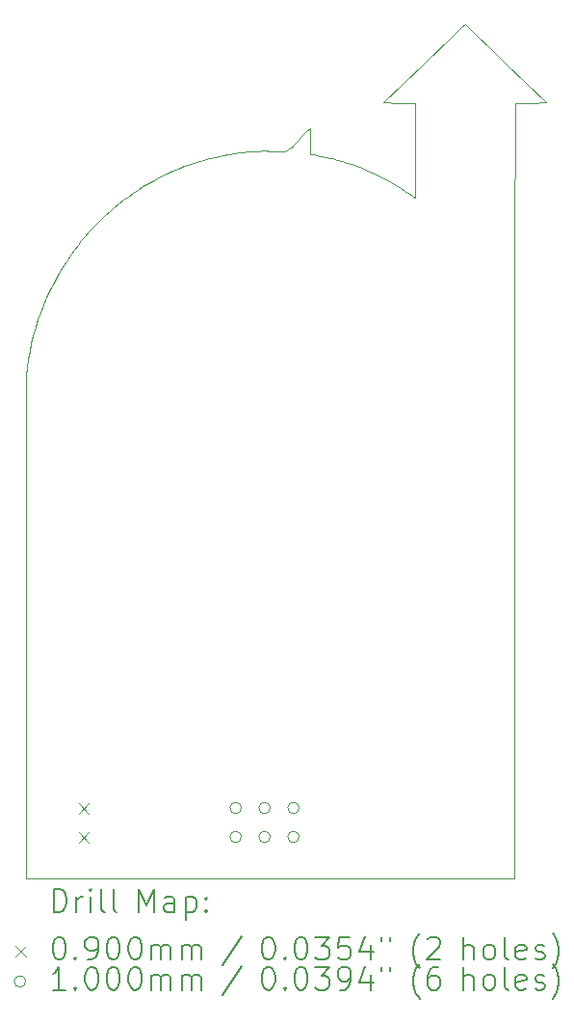
<source format=gbr>
%TF.GenerationSoftware,KiCad,Pcbnew,(6.99.0-2452-gdb4f2d9dd8)*%
%TF.CreationDate,2022-08-02T18:55:24-05:00*%
%TF.ProjectId,AIAA,41494141-2e6b-4696-9361-645f70636258,rev?*%
%TF.SameCoordinates,Original*%
%TF.FileFunction,Drillmap*%
%TF.FilePolarity,Positive*%
%FSLAX45Y45*%
G04 Gerber Fmt 4.5, Leading zero omitted, Abs format (unit mm)*
G04 Created by KiCad (PCBNEW (6.99.0-2452-gdb4f2d9dd8)) date 2022-08-02 18:55:24*
%MOMM*%
%LPD*%
G01*
G04 APERTURE LIST*
%ADD10C,0.042333*%
%ADD11C,0.200000*%
%ADD12C,0.090000*%
%ADD13C,0.100000*%
G04 APERTURE END LIST*
D10*
X6231334Y-17009999D02*
X6231334Y-12924394D01*
X6231334Y-17009999D02*
X6231334Y-17009999D01*
X10529284Y-17009999D02*
X6231334Y-17009999D01*
X10529284Y-17009999D02*
X10529284Y-17009999D01*
X10529284Y-13093513D02*
X10529284Y-17009999D01*
X10529284Y-13093513D02*
X10529284Y-13093513D01*
X10529308Y-11547363D02*
X10529284Y-13093513D01*
X10529308Y-11547363D02*
X10529308Y-11547363D01*
X10530091Y-10204264D02*
X10529308Y-11547363D01*
X10530091Y-10204264D02*
X10530091Y-10204264D01*
X10669386Y-10202149D02*
X10530091Y-10204264D01*
X10669386Y-10202149D02*
X10669386Y-10202149D01*
X10808682Y-10200034D02*
X10669386Y-10202149D01*
X10808682Y-10200034D02*
X10808682Y-10200034D01*
X10451779Y-9855018D02*
X10808682Y-10200034D01*
X10451779Y-9855018D02*
X10451779Y-9855018D01*
X10312783Y-9721054D02*
X10451779Y-9855018D01*
X10198163Y-9611350D02*
X10312783Y-9721054D01*
X10119805Y-9537225D02*
X10198163Y-9611350D01*
X10097937Y-9517043D02*
X10119805Y-9537225D01*
X10091980Y-9511791D02*
X10097937Y-9517043D01*
X10089590Y-9510001D02*
X10091980Y-9511791D01*
X10089590Y-9510001D02*
X10089590Y-9510001D01*
X10059395Y-9537225D02*
X10089590Y-9510001D01*
X9981087Y-9611350D02*
X10059395Y-9537225D01*
X9727638Y-9855018D02*
X9981087Y-9611350D01*
X9727638Y-9855018D02*
X9727638Y-9855018D01*
X9370971Y-10200034D02*
X9727638Y-9855018D01*
X9370971Y-10200034D02*
X9370971Y-10200034D01*
X9511323Y-10201149D02*
X9370971Y-10200034D01*
X9511323Y-10201149D02*
X9511323Y-10201149D01*
X9651674Y-10202264D02*
X9511323Y-10201149D01*
X9651674Y-10202264D02*
X9651674Y-10202264D01*
X9651674Y-10617074D02*
X9651674Y-10202264D01*
X9651674Y-10617074D02*
X9651674Y-10617074D01*
X9651129Y-10910033D02*
X9651674Y-10617074D01*
X9650538Y-10999152D02*
X9651129Y-10910033D01*
X9649817Y-11031883D02*
X9650538Y-10999152D01*
X9649817Y-11031883D02*
X9649817Y-11031883D01*
X9648467Y-11031202D02*
X9649817Y-11031883D01*
X9645317Y-11029251D02*
X9648467Y-11031202D01*
X9634439Y-11022085D02*
X9645317Y-11029251D01*
X9618814Y-11011478D02*
X9634439Y-11022085D01*
X9600075Y-10998526D02*
X9618814Y-11011478D01*
X9600075Y-10998526D02*
X9600075Y-10998526D01*
X9562040Y-10972728D02*
X9600075Y-10998526D01*
X9522951Y-10947575D02*
X9562040Y-10972728D01*
X9482908Y-10923112D02*
X9522951Y-10947575D01*
X9442012Y-10899386D02*
X9482908Y-10923112D01*
X9400364Y-10876443D02*
X9442012Y-10899386D01*
X9358065Y-10854328D02*
X9400364Y-10876443D01*
X9315215Y-10833088D02*
X9358065Y-10854328D01*
X9271916Y-10812768D02*
X9315215Y-10833088D01*
X9228267Y-10793416D02*
X9271916Y-10812768D01*
X9184371Y-10775075D02*
X9228267Y-10793416D01*
X9140327Y-10757794D02*
X9184371Y-10775075D01*
X9096236Y-10741616D02*
X9140327Y-10757794D01*
X9052200Y-10726590D02*
X9096236Y-10741616D01*
X9008319Y-10712760D02*
X9052200Y-10726590D01*
X8964693Y-10700172D02*
X9008319Y-10712760D01*
X8921424Y-10688873D02*
X8964693Y-10700172D01*
X8921424Y-10688873D02*
X8921424Y-10688873D01*
X8900084Y-10683838D02*
X8921424Y-10688873D01*
X8874839Y-10678264D02*
X8900084Y-10683838D01*
X8818963Y-10666749D02*
X8874839Y-10678264D01*
X8766446Y-10656828D02*
X8818963Y-10666749D01*
X8745399Y-10653247D02*
X8766446Y-10656828D01*
X8729935Y-10651003D02*
X8745399Y-10653247D01*
X8729935Y-10651003D02*
X8729935Y-10651003D01*
X8729462Y-10642033D02*
X8729935Y-10651003D01*
X8728905Y-10617699D02*
X8729462Y-10642033D01*
X8727819Y-10537795D02*
X8728905Y-10617699D01*
X8727819Y-10537795D02*
X8727819Y-10537795D01*
X8726691Y-10424707D02*
X8727819Y-10537795D01*
X8726691Y-10424707D02*
X8726691Y-10424707D01*
X8697555Y-10453125D02*
X8726691Y-10424707D01*
X8671847Y-10479242D02*
X8697555Y-10453125D01*
X8649151Y-10503101D02*
X8671847Y-10479242D01*
X8629053Y-10524748D02*
X8649151Y-10503101D01*
X8594986Y-10561581D02*
X8629053Y-10524748D01*
X8580187Y-10576858D02*
X8594986Y-10561581D01*
X8566322Y-10590100D02*
X8580187Y-10576858D01*
X8559611Y-10595973D02*
X8566322Y-10590100D01*
X8552977Y-10601354D02*
X8559611Y-10595973D01*
X8546370Y-10606249D02*
X8552977Y-10601354D01*
X8539736Y-10610663D02*
X8546370Y-10606249D01*
X8533025Y-10614602D02*
X8539736Y-10610663D01*
X8526184Y-10618072D02*
X8533025Y-10614602D01*
X8519161Y-10621079D02*
X8526184Y-10618072D01*
X8511904Y-10623627D02*
X8519161Y-10621079D01*
X8504362Y-10625722D02*
X8511904Y-10623627D01*
X8496482Y-10627371D02*
X8504362Y-10625722D01*
X8488213Y-10628578D02*
X8496482Y-10627371D01*
X8479502Y-10629349D02*
X8488213Y-10628578D01*
X8470298Y-10629690D02*
X8479502Y-10629349D01*
X8460549Y-10629607D02*
X8470298Y-10629690D01*
X8450202Y-10629104D02*
X8460549Y-10629607D01*
X8439206Y-10628188D02*
X8450202Y-10629104D01*
X8439206Y-10628188D02*
X8439206Y-10628188D01*
X8420386Y-10626513D02*
X8439206Y-10628188D01*
X8402032Y-10625222D02*
X8420386Y-10626513D01*
X8384246Y-10624277D02*
X8402032Y-10625222D01*
X8367132Y-10623641D02*
X8384246Y-10624277D01*
X8350794Y-10623274D02*
X8367132Y-10623641D01*
X8335333Y-10623139D02*
X8350794Y-10623274D01*
X8307461Y-10623413D02*
X8335333Y-10623139D01*
X8284344Y-10624156D02*
X8307461Y-10623413D01*
X8266807Y-10625065D02*
X8284344Y-10624156D01*
X8251786Y-10626158D02*
X8266807Y-10625065D01*
X8251786Y-10626158D02*
X8251786Y-10626158D01*
X8187335Y-10630702D02*
X8251786Y-10626158D01*
X8128299Y-10635927D02*
X8187335Y-10630702D01*
X8098357Y-10639146D02*
X8128299Y-10635927D01*
X8070525Y-10642718D02*
X8098357Y-10639146D01*
X8070525Y-10642718D02*
X8070525Y-10642718D01*
X8013306Y-10651687D02*
X8070525Y-10642718D01*
X7956428Y-10662213D02*
X8013306Y-10651687D01*
X7899920Y-10674282D02*
X7956428Y-10662213D01*
X7843809Y-10687886D02*
X7899920Y-10674282D01*
X7788126Y-10703012D02*
X7843809Y-10687886D01*
X7732898Y-10719651D02*
X7788126Y-10703012D01*
X7678154Y-10737790D02*
X7732898Y-10719651D01*
X7623923Y-10757420D02*
X7678154Y-10737790D01*
X7570234Y-10778529D02*
X7623923Y-10757420D01*
X7517115Y-10801107D02*
X7570234Y-10778529D01*
X7464595Y-10825143D02*
X7517115Y-10801107D01*
X7412704Y-10850626D02*
X7464595Y-10825143D01*
X7361468Y-10877545D02*
X7412704Y-10850626D01*
X7310918Y-10905889D02*
X7361468Y-10877545D01*
X7261083Y-10935648D02*
X7310918Y-10905889D01*
X7211990Y-10966810D02*
X7261083Y-10935648D01*
X7211990Y-10966810D02*
X7211990Y-10966810D01*
X7169537Y-10995299D02*
X7211990Y-10966810D01*
X7127748Y-11024795D02*
X7169537Y-10995299D01*
X7086648Y-11055272D02*
X7127748Y-11024795D01*
X7046263Y-11086706D02*
X7086648Y-11055272D01*
X7006620Y-11119071D02*
X7046263Y-11086706D01*
X6967745Y-11152342D02*
X7006620Y-11119071D01*
X6929665Y-11186493D02*
X6967745Y-11152342D01*
X6892406Y-11221499D02*
X6929665Y-11186493D01*
X6855993Y-11257336D02*
X6892406Y-11221499D01*
X6820454Y-11293976D02*
X6855993Y-11257336D01*
X6785815Y-11331396D02*
X6820454Y-11293976D01*
X6752101Y-11369570D02*
X6785815Y-11331396D01*
X6719340Y-11408473D02*
X6752101Y-11369570D01*
X6687558Y-11448078D02*
X6719340Y-11408473D01*
X6656780Y-11488362D02*
X6687558Y-11448078D01*
X6627034Y-11529299D02*
X6656780Y-11488362D01*
X6627034Y-11529299D02*
X6627034Y-11529299D01*
X6585392Y-11590093D02*
X6627034Y-11529299D01*
X6546043Y-11651664D02*
X6585392Y-11590093D01*
X6508986Y-11714013D02*
X6546043Y-11651664D01*
X6474220Y-11777141D02*
X6508986Y-11714013D01*
X6441745Y-11841051D02*
X6474220Y-11777141D01*
X6411559Y-11905744D02*
X6441745Y-11841051D01*
X6383663Y-11971221D02*
X6411559Y-11905744D01*
X6358056Y-12037485D02*
X6383663Y-11971221D01*
X6334737Y-12104537D02*
X6358056Y-12037485D01*
X6313706Y-12172378D02*
X6334737Y-12104537D01*
X6294962Y-12241010D02*
X6313706Y-12172378D01*
X6278504Y-12310436D02*
X6294962Y-12241010D01*
X6264333Y-12380656D02*
X6278504Y-12310436D01*
X6252446Y-12451672D02*
X6264333Y-12380656D01*
X6242844Y-12523486D02*
X6252446Y-12451672D01*
X6235526Y-12596099D02*
X6242844Y-12523486D01*
X6235526Y-12596099D02*
X6235526Y-12596099D01*
X6233729Y-12629322D02*
X6235526Y-12596099D01*
X6232495Y-12675485D02*
X6233729Y-12629322D01*
X6231318Y-12785215D02*
X6232495Y-12675485D01*
X6231334Y-12924394D02*
X6231318Y-12785215D01*
D11*
D12*
X6695000Y-16351000D02*
X6785000Y-16441000D01*
X6785000Y-16351000D02*
X6695000Y-16441000D01*
X6695000Y-16605000D02*
X6785000Y-16695000D01*
X6785000Y-16605000D02*
X6695000Y-16695000D01*
D13*
X8126000Y-16393000D02*
G75*
G03*
X8126000Y-16393000I-50000J0D01*
G01*
X8126000Y-16647000D02*
G75*
G03*
X8126000Y-16647000I-50000J0D01*
G01*
X8380000Y-16393000D02*
G75*
G03*
X8380000Y-16393000I-50000J0D01*
G01*
X8380000Y-16647000D02*
G75*
G03*
X8380000Y-16647000I-50000J0D01*
G01*
X8634000Y-16393000D02*
G75*
G03*
X8634000Y-16393000I-50000J0D01*
G01*
X8634000Y-16647000D02*
G75*
G03*
X8634000Y-16647000I-50000J0D01*
G01*
D11*
X6476821Y-17305592D02*
X6476821Y-17105592D01*
X6476821Y-17105592D02*
X6524440Y-17105592D01*
X6524440Y-17105592D02*
X6553011Y-17115116D01*
X6553011Y-17115116D02*
X6572059Y-17134164D01*
X6572059Y-17134164D02*
X6581582Y-17153211D01*
X6581582Y-17153211D02*
X6591106Y-17191306D01*
X6591106Y-17191306D02*
X6591106Y-17219878D01*
X6591106Y-17219878D02*
X6581582Y-17257973D01*
X6581582Y-17257973D02*
X6572059Y-17277021D01*
X6572059Y-17277021D02*
X6553011Y-17296068D01*
X6553011Y-17296068D02*
X6524440Y-17305592D01*
X6524440Y-17305592D02*
X6476821Y-17305592D01*
X6676821Y-17305592D02*
X6676821Y-17172259D01*
X6676821Y-17210354D02*
X6686344Y-17191306D01*
X6686344Y-17191306D02*
X6695868Y-17181783D01*
X6695868Y-17181783D02*
X6714916Y-17172259D01*
X6714916Y-17172259D02*
X6733963Y-17172259D01*
X6800630Y-17305592D02*
X6800630Y-17172259D01*
X6800630Y-17105592D02*
X6791106Y-17115116D01*
X6791106Y-17115116D02*
X6800630Y-17124640D01*
X6800630Y-17124640D02*
X6810154Y-17115116D01*
X6810154Y-17115116D02*
X6800630Y-17105592D01*
X6800630Y-17105592D02*
X6800630Y-17124640D01*
X6924440Y-17305592D02*
X6905392Y-17296068D01*
X6905392Y-17296068D02*
X6895868Y-17277021D01*
X6895868Y-17277021D02*
X6895868Y-17105592D01*
X7029201Y-17305592D02*
X7010154Y-17296068D01*
X7010154Y-17296068D02*
X7000630Y-17277021D01*
X7000630Y-17277021D02*
X7000630Y-17105592D01*
X7225392Y-17305592D02*
X7225392Y-17105592D01*
X7225392Y-17105592D02*
X7292059Y-17248449D01*
X7292059Y-17248449D02*
X7358725Y-17105592D01*
X7358725Y-17105592D02*
X7358725Y-17305592D01*
X7539678Y-17305592D02*
X7539678Y-17200830D01*
X7539678Y-17200830D02*
X7530154Y-17181783D01*
X7530154Y-17181783D02*
X7511106Y-17172259D01*
X7511106Y-17172259D02*
X7473011Y-17172259D01*
X7473011Y-17172259D02*
X7453963Y-17181783D01*
X7539678Y-17296068D02*
X7520630Y-17305592D01*
X7520630Y-17305592D02*
X7473011Y-17305592D01*
X7473011Y-17305592D02*
X7453963Y-17296068D01*
X7453963Y-17296068D02*
X7444440Y-17277021D01*
X7444440Y-17277021D02*
X7444440Y-17257973D01*
X7444440Y-17257973D02*
X7453963Y-17238925D01*
X7453963Y-17238925D02*
X7473011Y-17229402D01*
X7473011Y-17229402D02*
X7520630Y-17229402D01*
X7520630Y-17229402D02*
X7539678Y-17219878D01*
X7634916Y-17172259D02*
X7634916Y-17372259D01*
X7634916Y-17181783D02*
X7653963Y-17172259D01*
X7653963Y-17172259D02*
X7692059Y-17172259D01*
X7692059Y-17172259D02*
X7711106Y-17181783D01*
X7711106Y-17181783D02*
X7720630Y-17191306D01*
X7720630Y-17191306D02*
X7730154Y-17210354D01*
X7730154Y-17210354D02*
X7730154Y-17267497D01*
X7730154Y-17267497D02*
X7720630Y-17286544D01*
X7720630Y-17286544D02*
X7711106Y-17296068D01*
X7711106Y-17296068D02*
X7692059Y-17305592D01*
X7692059Y-17305592D02*
X7653963Y-17305592D01*
X7653963Y-17305592D02*
X7634916Y-17296068D01*
X7815868Y-17286544D02*
X7825392Y-17296068D01*
X7825392Y-17296068D02*
X7815868Y-17305592D01*
X7815868Y-17305592D02*
X7806344Y-17296068D01*
X7806344Y-17296068D02*
X7815868Y-17286544D01*
X7815868Y-17286544D02*
X7815868Y-17305592D01*
X7815868Y-17181783D02*
X7825392Y-17191306D01*
X7825392Y-17191306D02*
X7815868Y-17200830D01*
X7815868Y-17200830D02*
X7806344Y-17191306D01*
X7806344Y-17191306D02*
X7815868Y-17181783D01*
X7815868Y-17181783D02*
X7815868Y-17200830D01*
D12*
X6139202Y-17607116D02*
X6229202Y-17697116D01*
X6229202Y-17607116D02*
X6139202Y-17697116D01*
D11*
X6514916Y-17525592D02*
X6533963Y-17525592D01*
X6533963Y-17525592D02*
X6553011Y-17535116D01*
X6553011Y-17535116D02*
X6562535Y-17544640D01*
X6562535Y-17544640D02*
X6572059Y-17563687D01*
X6572059Y-17563687D02*
X6581582Y-17601783D01*
X6581582Y-17601783D02*
X6581582Y-17649402D01*
X6581582Y-17649402D02*
X6572059Y-17687497D01*
X6572059Y-17687497D02*
X6562535Y-17706544D01*
X6562535Y-17706544D02*
X6553011Y-17716068D01*
X6553011Y-17716068D02*
X6533963Y-17725592D01*
X6533963Y-17725592D02*
X6514916Y-17725592D01*
X6514916Y-17725592D02*
X6495868Y-17716068D01*
X6495868Y-17716068D02*
X6486344Y-17706544D01*
X6486344Y-17706544D02*
X6476821Y-17687497D01*
X6476821Y-17687497D02*
X6467297Y-17649402D01*
X6467297Y-17649402D02*
X6467297Y-17601783D01*
X6467297Y-17601783D02*
X6476821Y-17563687D01*
X6476821Y-17563687D02*
X6486344Y-17544640D01*
X6486344Y-17544640D02*
X6495868Y-17535116D01*
X6495868Y-17535116D02*
X6514916Y-17525592D01*
X6667297Y-17706544D02*
X6676821Y-17716068D01*
X6676821Y-17716068D02*
X6667297Y-17725592D01*
X6667297Y-17725592D02*
X6657773Y-17716068D01*
X6657773Y-17716068D02*
X6667297Y-17706544D01*
X6667297Y-17706544D02*
X6667297Y-17725592D01*
X6772059Y-17725592D02*
X6810154Y-17725592D01*
X6810154Y-17725592D02*
X6829202Y-17716068D01*
X6829202Y-17716068D02*
X6838725Y-17706544D01*
X6838725Y-17706544D02*
X6857773Y-17677973D01*
X6857773Y-17677973D02*
X6867297Y-17639878D01*
X6867297Y-17639878D02*
X6867297Y-17563687D01*
X6867297Y-17563687D02*
X6857773Y-17544640D01*
X6857773Y-17544640D02*
X6848249Y-17535116D01*
X6848249Y-17535116D02*
X6829202Y-17525592D01*
X6829202Y-17525592D02*
X6791106Y-17525592D01*
X6791106Y-17525592D02*
X6772059Y-17535116D01*
X6772059Y-17535116D02*
X6762535Y-17544640D01*
X6762535Y-17544640D02*
X6753011Y-17563687D01*
X6753011Y-17563687D02*
X6753011Y-17611306D01*
X6753011Y-17611306D02*
X6762535Y-17630354D01*
X6762535Y-17630354D02*
X6772059Y-17639878D01*
X6772059Y-17639878D02*
X6791106Y-17649402D01*
X6791106Y-17649402D02*
X6829202Y-17649402D01*
X6829202Y-17649402D02*
X6848249Y-17639878D01*
X6848249Y-17639878D02*
X6857773Y-17630354D01*
X6857773Y-17630354D02*
X6867297Y-17611306D01*
X6991106Y-17525592D02*
X7010154Y-17525592D01*
X7010154Y-17525592D02*
X7029202Y-17535116D01*
X7029202Y-17535116D02*
X7038725Y-17544640D01*
X7038725Y-17544640D02*
X7048249Y-17563687D01*
X7048249Y-17563687D02*
X7057773Y-17601783D01*
X7057773Y-17601783D02*
X7057773Y-17649402D01*
X7057773Y-17649402D02*
X7048249Y-17687497D01*
X7048249Y-17687497D02*
X7038725Y-17706544D01*
X7038725Y-17706544D02*
X7029202Y-17716068D01*
X7029202Y-17716068D02*
X7010154Y-17725592D01*
X7010154Y-17725592D02*
X6991106Y-17725592D01*
X6991106Y-17725592D02*
X6972059Y-17716068D01*
X6972059Y-17716068D02*
X6962535Y-17706544D01*
X6962535Y-17706544D02*
X6953011Y-17687497D01*
X6953011Y-17687497D02*
X6943487Y-17649402D01*
X6943487Y-17649402D02*
X6943487Y-17601783D01*
X6943487Y-17601783D02*
X6953011Y-17563687D01*
X6953011Y-17563687D02*
X6962535Y-17544640D01*
X6962535Y-17544640D02*
X6972059Y-17535116D01*
X6972059Y-17535116D02*
X6991106Y-17525592D01*
X7181582Y-17525592D02*
X7200630Y-17525592D01*
X7200630Y-17525592D02*
X7219678Y-17535116D01*
X7219678Y-17535116D02*
X7229202Y-17544640D01*
X7229202Y-17544640D02*
X7238725Y-17563687D01*
X7238725Y-17563687D02*
X7248249Y-17601783D01*
X7248249Y-17601783D02*
X7248249Y-17649402D01*
X7248249Y-17649402D02*
X7238725Y-17687497D01*
X7238725Y-17687497D02*
X7229202Y-17706544D01*
X7229202Y-17706544D02*
X7219678Y-17716068D01*
X7219678Y-17716068D02*
X7200630Y-17725592D01*
X7200630Y-17725592D02*
X7181582Y-17725592D01*
X7181582Y-17725592D02*
X7162535Y-17716068D01*
X7162535Y-17716068D02*
X7153011Y-17706544D01*
X7153011Y-17706544D02*
X7143487Y-17687497D01*
X7143487Y-17687497D02*
X7133963Y-17649402D01*
X7133963Y-17649402D02*
X7133963Y-17601783D01*
X7133963Y-17601783D02*
X7143487Y-17563687D01*
X7143487Y-17563687D02*
X7153011Y-17544640D01*
X7153011Y-17544640D02*
X7162535Y-17535116D01*
X7162535Y-17535116D02*
X7181582Y-17525592D01*
X7333963Y-17725592D02*
X7333963Y-17592259D01*
X7333963Y-17611306D02*
X7343487Y-17601783D01*
X7343487Y-17601783D02*
X7362535Y-17592259D01*
X7362535Y-17592259D02*
X7391106Y-17592259D01*
X7391106Y-17592259D02*
X7410154Y-17601783D01*
X7410154Y-17601783D02*
X7419678Y-17620830D01*
X7419678Y-17620830D02*
X7419678Y-17725592D01*
X7419678Y-17620830D02*
X7429202Y-17601783D01*
X7429202Y-17601783D02*
X7448249Y-17592259D01*
X7448249Y-17592259D02*
X7476821Y-17592259D01*
X7476821Y-17592259D02*
X7495868Y-17601783D01*
X7495868Y-17601783D02*
X7505392Y-17620830D01*
X7505392Y-17620830D02*
X7505392Y-17725592D01*
X7600630Y-17725592D02*
X7600630Y-17592259D01*
X7600630Y-17611306D02*
X7610154Y-17601783D01*
X7610154Y-17601783D02*
X7629202Y-17592259D01*
X7629202Y-17592259D02*
X7657773Y-17592259D01*
X7657773Y-17592259D02*
X7676821Y-17601783D01*
X7676821Y-17601783D02*
X7686344Y-17620830D01*
X7686344Y-17620830D02*
X7686344Y-17725592D01*
X7686344Y-17620830D02*
X7695868Y-17601783D01*
X7695868Y-17601783D02*
X7714916Y-17592259D01*
X7714916Y-17592259D02*
X7743487Y-17592259D01*
X7743487Y-17592259D02*
X7762535Y-17601783D01*
X7762535Y-17601783D02*
X7772059Y-17620830D01*
X7772059Y-17620830D02*
X7772059Y-17725592D01*
X8130154Y-17516068D02*
X7958725Y-17773211D01*
X8354916Y-17525592D02*
X8373964Y-17525592D01*
X8373964Y-17525592D02*
X8393011Y-17535116D01*
X8393011Y-17535116D02*
X8402535Y-17544640D01*
X8402535Y-17544640D02*
X8412059Y-17563687D01*
X8412059Y-17563687D02*
X8421583Y-17601783D01*
X8421583Y-17601783D02*
X8421583Y-17649402D01*
X8421583Y-17649402D02*
X8412059Y-17687497D01*
X8412059Y-17687497D02*
X8402535Y-17706544D01*
X8402535Y-17706544D02*
X8393011Y-17716068D01*
X8393011Y-17716068D02*
X8373964Y-17725592D01*
X8373964Y-17725592D02*
X8354916Y-17725592D01*
X8354916Y-17725592D02*
X8335868Y-17716068D01*
X8335868Y-17716068D02*
X8326344Y-17706544D01*
X8326344Y-17706544D02*
X8316821Y-17687497D01*
X8316821Y-17687497D02*
X8307297Y-17649402D01*
X8307297Y-17649402D02*
X8307297Y-17601783D01*
X8307297Y-17601783D02*
X8316821Y-17563687D01*
X8316821Y-17563687D02*
X8326344Y-17544640D01*
X8326344Y-17544640D02*
X8335868Y-17535116D01*
X8335868Y-17535116D02*
X8354916Y-17525592D01*
X8507297Y-17706544D02*
X8516821Y-17716068D01*
X8516821Y-17716068D02*
X8507297Y-17725592D01*
X8507297Y-17725592D02*
X8497773Y-17716068D01*
X8497773Y-17716068D02*
X8507297Y-17706544D01*
X8507297Y-17706544D02*
X8507297Y-17725592D01*
X8640630Y-17525592D02*
X8659678Y-17525592D01*
X8659678Y-17525592D02*
X8678726Y-17535116D01*
X8678726Y-17535116D02*
X8688249Y-17544640D01*
X8688249Y-17544640D02*
X8697773Y-17563687D01*
X8697773Y-17563687D02*
X8707297Y-17601783D01*
X8707297Y-17601783D02*
X8707297Y-17649402D01*
X8707297Y-17649402D02*
X8697773Y-17687497D01*
X8697773Y-17687497D02*
X8688249Y-17706544D01*
X8688249Y-17706544D02*
X8678726Y-17716068D01*
X8678726Y-17716068D02*
X8659678Y-17725592D01*
X8659678Y-17725592D02*
X8640630Y-17725592D01*
X8640630Y-17725592D02*
X8621583Y-17716068D01*
X8621583Y-17716068D02*
X8612059Y-17706544D01*
X8612059Y-17706544D02*
X8602535Y-17687497D01*
X8602535Y-17687497D02*
X8593011Y-17649402D01*
X8593011Y-17649402D02*
X8593011Y-17601783D01*
X8593011Y-17601783D02*
X8602535Y-17563687D01*
X8602535Y-17563687D02*
X8612059Y-17544640D01*
X8612059Y-17544640D02*
X8621583Y-17535116D01*
X8621583Y-17535116D02*
X8640630Y-17525592D01*
X8773964Y-17525592D02*
X8897773Y-17525592D01*
X8897773Y-17525592D02*
X8831106Y-17601783D01*
X8831106Y-17601783D02*
X8859678Y-17601783D01*
X8859678Y-17601783D02*
X8878726Y-17611306D01*
X8878726Y-17611306D02*
X8888249Y-17620830D01*
X8888249Y-17620830D02*
X8897773Y-17639878D01*
X8897773Y-17639878D02*
X8897773Y-17687497D01*
X8897773Y-17687497D02*
X8888249Y-17706544D01*
X8888249Y-17706544D02*
X8878726Y-17716068D01*
X8878726Y-17716068D02*
X8859678Y-17725592D01*
X8859678Y-17725592D02*
X8802535Y-17725592D01*
X8802535Y-17725592D02*
X8783487Y-17716068D01*
X8783487Y-17716068D02*
X8773964Y-17706544D01*
X9078726Y-17525592D02*
X8983487Y-17525592D01*
X8983487Y-17525592D02*
X8973964Y-17620830D01*
X8973964Y-17620830D02*
X8983487Y-17611306D01*
X8983487Y-17611306D02*
X9002535Y-17601783D01*
X9002535Y-17601783D02*
X9050154Y-17601783D01*
X9050154Y-17601783D02*
X9069202Y-17611306D01*
X9069202Y-17611306D02*
X9078726Y-17620830D01*
X9078726Y-17620830D02*
X9088249Y-17639878D01*
X9088249Y-17639878D02*
X9088249Y-17687497D01*
X9088249Y-17687497D02*
X9078726Y-17706544D01*
X9078726Y-17706544D02*
X9069202Y-17716068D01*
X9069202Y-17716068D02*
X9050154Y-17725592D01*
X9050154Y-17725592D02*
X9002535Y-17725592D01*
X9002535Y-17725592D02*
X8983487Y-17716068D01*
X8983487Y-17716068D02*
X8973964Y-17706544D01*
X9259678Y-17592259D02*
X9259678Y-17725592D01*
X9212059Y-17516068D02*
X9164440Y-17658925D01*
X9164440Y-17658925D02*
X9288249Y-17658925D01*
X9354916Y-17525592D02*
X9354916Y-17563687D01*
X9431107Y-17525592D02*
X9431107Y-17563687D01*
X9693964Y-17801783D02*
X9684440Y-17792259D01*
X9684440Y-17792259D02*
X9665392Y-17763687D01*
X9665392Y-17763687D02*
X9655868Y-17744640D01*
X9655868Y-17744640D02*
X9646345Y-17716068D01*
X9646345Y-17716068D02*
X9636821Y-17668449D01*
X9636821Y-17668449D02*
X9636821Y-17630354D01*
X9636821Y-17630354D02*
X9646345Y-17582735D01*
X9646345Y-17582735D02*
X9655868Y-17554164D01*
X9655868Y-17554164D02*
X9665392Y-17535116D01*
X9665392Y-17535116D02*
X9684440Y-17506544D01*
X9684440Y-17506544D02*
X9693964Y-17497021D01*
X9760630Y-17544640D02*
X9770154Y-17535116D01*
X9770154Y-17535116D02*
X9789202Y-17525592D01*
X9789202Y-17525592D02*
X9836821Y-17525592D01*
X9836821Y-17525592D02*
X9855868Y-17535116D01*
X9855868Y-17535116D02*
X9865392Y-17544640D01*
X9865392Y-17544640D02*
X9874916Y-17563687D01*
X9874916Y-17563687D02*
X9874916Y-17582735D01*
X9874916Y-17582735D02*
X9865392Y-17611306D01*
X9865392Y-17611306D02*
X9751107Y-17725592D01*
X9751107Y-17725592D02*
X9874916Y-17725592D01*
X10080630Y-17725592D02*
X10080630Y-17525592D01*
X10166345Y-17725592D02*
X10166345Y-17620830D01*
X10166345Y-17620830D02*
X10156821Y-17601783D01*
X10156821Y-17601783D02*
X10137773Y-17592259D01*
X10137773Y-17592259D02*
X10109202Y-17592259D01*
X10109202Y-17592259D02*
X10090154Y-17601783D01*
X10090154Y-17601783D02*
X10080630Y-17611306D01*
X10290154Y-17725592D02*
X10271107Y-17716068D01*
X10271107Y-17716068D02*
X10261583Y-17706544D01*
X10261583Y-17706544D02*
X10252059Y-17687497D01*
X10252059Y-17687497D02*
X10252059Y-17630354D01*
X10252059Y-17630354D02*
X10261583Y-17611306D01*
X10261583Y-17611306D02*
X10271107Y-17601783D01*
X10271107Y-17601783D02*
X10290154Y-17592259D01*
X10290154Y-17592259D02*
X10318726Y-17592259D01*
X10318726Y-17592259D02*
X10337773Y-17601783D01*
X10337773Y-17601783D02*
X10347297Y-17611306D01*
X10347297Y-17611306D02*
X10356821Y-17630354D01*
X10356821Y-17630354D02*
X10356821Y-17687497D01*
X10356821Y-17687497D02*
X10347297Y-17706544D01*
X10347297Y-17706544D02*
X10337773Y-17716068D01*
X10337773Y-17716068D02*
X10318726Y-17725592D01*
X10318726Y-17725592D02*
X10290154Y-17725592D01*
X10471107Y-17725592D02*
X10452059Y-17716068D01*
X10452059Y-17716068D02*
X10442535Y-17697021D01*
X10442535Y-17697021D02*
X10442535Y-17525592D01*
X10623488Y-17716068D02*
X10604440Y-17725592D01*
X10604440Y-17725592D02*
X10566345Y-17725592D01*
X10566345Y-17725592D02*
X10547297Y-17716068D01*
X10547297Y-17716068D02*
X10537773Y-17697021D01*
X10537773Y-17697021D02*
X10537773Y-17620830D01*
X10537773Y-17620830D02*
X10547297Y-17601783D01*
X10547297Y-17601783D02*
X10566345Y-17592259D01*
X10566345Y-17592259D02*
X10604440Y-17592259D01*
X10604440Y-17592259D02*
X10623488Y-17601783D01*
X10623488Y-17601783D02*
X10633011Y-17620830D01*
X10633011Y-17620830D02*
X10633011Y-17639878D01*
X10633011Y-17639878D02*
X10537773Y-17658925D01*
X10709202Y-17716068D02*
X10728249Y-17725592D01*
X10728249Y-17725592D02*
X10766345Y-17725592D01*
X10766345Y-17725592D02*
X10785392Y-17716068D01*
X10785392Y-17716068D02*
X10794916Y-17697021D01*
X10794916Y-17697021D02*
X10794916Y-17687497D01*
X10794916Y-17687497D02*
X10785392Y-17668449D01*
X10785392Y-17668449D02*
X10766345Y-17658925D01*
X10766345Y-17658925D02*
X10737773Y-17658925D01*
X10737773Y-17658925D02*
X10718726Y-17649402D01*
X10718726Y-17649402D02*
X10709202Y-17630354D01*
X10709202Y-17630354D02*
X10709202Y-17620830D01*
X10709202Y-17620830D02*
X10718726Y-17601783D01*
X10718726Y-17601783D02*
X10737773Y-17592259D01*
X10737773Y-17592259D02*
X10766345Y-17592259D01*
X10766345Y-17592259D02*
X10785392Y-17601783D01*
X10861583Y-17801783D02*
X10871107Y-17792259D01*
X10871107Y-17792259D02*
X10890154Y-17763687D01*
X10890154Y-17763687D02*
X10899678Y-17744640D01*
X10899678Y-17744640D02*
X10909202Y-17716068D01*
X10909202Y-17716068D02*
X10918726Y-17668449D01*
X10918726Y-17668449D02*
X10918726Y-17630354D01*
X10918726Y-17630354D02*
X10909202Y-17582735D01*
X10909202Y-17582735D02*
X10899678Y-17554164D01*
X10899678Y-17554164D02*
X10890154Y-17535116D01*
X10890154Y-17535116D02*
X10871107Y-17506544D01*
X10871107Y-17506544D02*
X10861583Y-17497021D01*
D13*
X6229202Y-17916116D02*
G75*
G03*
X6229202Y-17916116I-50000J0D01*
G01*
D11*
X6581582Y-17989592D02*
X6467297Y-17989592D01*
X6524440Y-17989592D02*
X6524440Y-17789592D01*
X6524440Y-17789592D02*
X6505392Y-17818164D01*
X6505392Y-17818164D02*
X6486344Y-17837211D01*
X6486344Y-17837211D02*
X6467297Y-17846735D01*
X6667297Y-17970544D02*
X6676821Y-17980068D01*
X6676821Y-17980068D02*
X6667297Y-17989592D01*
X6667297Y-17989592D02*
X6657773Y-17980068D01*
X6657773Y-17980068D02*
X6667297Y-17970544D01*
X6667297Y-17970544D02*
X6667297Y-17989592D01*
X6800630Y-17789592D02*
X6819678Y-17789592D01*
X6819678Y-17789592D02*
X6838725Y-17799116D01*
X6838725Y-17799116D02*
X6848249Y-17808640D01*
X6848249Y-17808640D02*
X6857773Y-17827687D01*
X6857773Y-17827687D02*
X6867297Y-17865783D01*
X6867297Y-17865783D02*
X6867297Y-17913402D01*
X6867297Y-17913402D02*
X6857773Y-17951497D01*
X6857773Y-17951497D02*
X6848249Y-17970544D01*
X6848249Y-17970544D02*
X6838725Y-17980068D01*
X6838725Y-17980068D02*
X6819678Y-17989592D01*
X6819678Y-17989592D02*
X6800630Y-17989592D01*
X6800630Y-17989592D02*
X6781582Y-17980068D01*
X6781582Y-17980068D02*
X6772059Y-17970544D01*
X6772059Y-17970544D02*
X6762535Y-17951497D01*
X6762535Y-17951497D02*
X6753011Y-17913402D01*
X6753011Y-17913402D02*
X6753011Y-17865783D01*
X6753011Y-17865783D02*
X6762535Y-17827687D01*
X6762535Y-17827687D02*
X6772059Y-17808640D01*
X6772059Y-17808640D02*
X6781582Y-17799116D01*
X6781582Y-17799116D02*
X6800630Y-17789592D01*
X6991106Y-17789592D02*
X7010154Y-17789592D01*
X7010154Y-17789592D02*
X7029202Y-17799116D01*
X7029202Y-17799116D02*
X7038725Y-17808640D01*
X7038725Y-17808640D02*
X7048249Y-17827687D01*
X7048249Y-17827687D02*
X7057773Y-17865783D01*
X7057773Y-17865783D02*
X7057773Y-17913402D01*
X7057773Y-17913402D02*
X7048249Y-17951497D01*
X7048249Y-17951497D02*
X7038725Y-17970544D01*
X7038725Y-17970544D02*
X7029202Y-17980068D01*
X7029202Y-17980068D02*
X7010154Y-17989592D01*
X7010154Y-17989592D02*
X6991106Y-17989592D01*
X6991106Y-17989592D02*
X6972059Y-17980068D01*
X6972059Y-17980068D02*
X6962535Y-17970544D01*
X6962535Y-17970544D02*
X6953011Y-17951497D01*
X6953011Y-17951497D02*
X6943487Y-17913402D01*
X6943487Y-17913402D02*
X6943487Y-17865783D01*
X6943487Y-17865783D02*
X6953011Y-17827687D01*
X6953011Y-17827687D02*
X6962535Y-17808640D01*
X6962535Y-17808640D02*
X6972059Y-17799116D01*
X6972059Y-17799116D02*
X6991106Y-17789592D01*
X7181582Y-17789592D02*
X7200630Y-17789592D01*
X7200630Y-17789592D02*
X7219678Y-17799116D01*
X7219678Y-17799116D02*
X7229202Y-17808640D01*
X7229202Y-17808640D02*
X7238725Y-17827687D01*
X7238725Y-17827687D02*
X7248249Y-17865783D01*
X7248249Y-17865783D02*
X7248249Y-17913402D01*
X7248249Y-17913402D02*
X7238725Y-17951497D01*
X7238725Y-17951497D02*
X7229202Y-17970544D01*
X7229202Y-17970544D02*
X7219678Y-17980068D01*
X7219678Y-17980068D02*
X7200630Y-17989592D01*
X7200630Y-17989592D02*
X7181582Y-17989592D01*
X7181582Y-17989592D02*
X7162535Y-17980068D01*
X7162535Y-17980068D02*
X7153011Y-17970544D01*
X7153011Y-17970544D02*
X7143487Y-17951497D01*
X7143487Y-17951497D02*
X7133963Y-17913402D01*
X7133963Y-17913402D02*
X7133963Y-17865783D01*
X7133963Y-17865783D02*
X7143487Y-17827687D01*
X7143487Y-17827687D02*
X7153011Y-17808640D01*
X7153011Y-17808640D02*
X7162535Y-17799116D01*
X7162535Y-17799116D02*
X7181582Y-17789592D01*
X7333963Y-17989592D02*
X7333963Y-17856259D01*
X7333963Y-17875306D02*
X7343487Y-17865783D01*
X7343487Y-17865783D02*
X7362535Y-17856259D01*
X7362535Y-17856259D02*
X7391106Y-17856259D01*
X7391106Y-17856259D02*
X7410154Y-17865783D01*
X7410154Y-17865783D02*
X7419678Y-17884830D01*
X7419678Y-17884830D02*
X7419678Y-17989592D01*
X7419678Y-17884830D02*
X7429202Y-17865783D01*
X7429202Y-17865783D02*
X7448249Y-17856259D01*
X7448249Y-17856259D02*
X7476821Y-17856259D01*
X7476821Y-17856259D02*
X7495868Y-17865783D01*
X7495868Y-17865783D02*
X7505392Y-17884830D01*
X7505392Y-17884830D02*
X7505392Y-17989592D01*
X7600630Y-17989592D02*
X7600630Y-17856259D01*
X7600630Y-17875306D02*
X7610154Y-17865783D01*
X7610154Y-17865783D02*
X7629202Y-17856259D01*
X7629202Y-17856259D02*
X7657773Y-17856259D01*
X7657773Y-17856259D02*
X7676821Y-17865783D01*
X7676821Y-17865783D02*
X7686344Y-17884830D01*
X7686344Y-17884830D02*
X7686344Y-17989592D01*
X7686344Y-17884830D02*
X7695868Y-17865783D01*
X7695868Y-17865783D02*
X7714916Y-17856259D01*
X7714916Y-17856259D02*
X7743487Y-17856259D01*
X7743487Y-17856259D02*
X7762535Y-17865783D01*
X7762535Y-17865783D02*
X7772059Y-17884830D01*
X7772059Y-17884830D02*
X7772059Y-17989592D01*
X8130154Y-17780068D02*
X7958725Y-18037211D01*
X8354916Y-17789592D02*
X8373964Y-17789592D01*
X8373964Y-17789592D02*
X8393011Y-17799116D01*
X8393011Y-17799116D02*
X8402535Y-17808640D01*
X8402535Y-17808640D02*
X8412059Y-17827687D01*
X8412059Y-17827687D02*
X8421583Y-17865783D01*
X8421583Y-17865783D02*
X8421583Y-17913402D01*
X8421583Y-17913402D02*
X8412059Y-17951497D01*
X8412059Y-17951497D02*
X8402535Y-17970544D01*
X8402535Y-17970544D02*
X8393011Y-17980068D01*
X8393011Y-17980068D02*
X8373964Y-17989592D01*
X8373964Y-17989592D02*
X8354916Y-17989592D01*
X8354916Y-17989592D02*
X8335868Y-17980068D01*
X8335868Y-17980068D02*
X8326344Y-17970544D01*
X8326344Y-17970544D02*
X8316821Y-17951497D01*
X8316821Y-17951497D02*
X8307297Y-17913402D01*
X8307297Y-17913402D02*
X8307297Y-17865783D01*
X8307297Y-17865783D02*
X8316821Y-17827687D01*
X8316821Y-17827687D02*
X8326344Y-17808640D01*
X8326344Y-17808640D02*
X8335868Y-17799116D01*
X8335868Y-17799116D02*
X8354916Y-17789592D01*
X8507297Y-17970544D02*
X8516821Y-17980068D01*
X8516821Y-17980068D02*
X8507297Y-17989592D01*
X8507297Y-17989592D02*
X8497773Y-17980068D01*
X8497773Y-17980068D02*
X8507297Y-17970544D01*
X8507297Y-17970544D02*
X8507297Y-17989592D01*
X8640630Y-17789592D02*
X8659678Y-17789592D01*
X8659678Y-17789592D02*
X8678726Y-17799116D01*
X8678726Y-17799116D02*
X8688249Y-17808640D01*
X8688249Y-17808640D02*
X8697773Y-17827687D01*
X8697773Y-17827687D02*
X8707297Y-17865783D01*
X8707297Y-17865783D02*
X8707297Y-17913402D01*
X8707297Y-17913402D02*
X8697773Y-17951497D01*
X8697773Y-17951497D02*
X8688249Y-17970544D01*
X8688249Y-17970544D02*
X8678726Y-17980068D01*
X8678726Y-17980068D02*
X8659678Y-17989592D01*
X8659678Y-17989592D02*
X8640630Y-17989592D01*
X8640630Y-17989592D02*
X8621583Y-17980068D01*
X8621583Y-17980068D02*
X8612059Y-17970544D01*
X8612059Y-17970544D02*
X8602535Y-17951497D01*
X8602535Y-17951497D02*
X8593011Y-17913402D01*
X8593011Y-17913402D02*
X8593011Y-17865783D01*
X8593011Y-17865783D02*
X8602535Y-17827687D01*
X8602535Y-17827687D02*
X8612059Y-17808640D01*
X8612059Y-17808640D02*
X8621583Y-17799116D01*
X8621583Y-17799116D02*
X8640630Y-17789592D01*
X8773964Y-17789592D02*
X8897773Y-17789592D01*
X8897773Y-17789592D02*
X8831106Y-17865783D01*
X8831106Y-17865783D02*
X8859678Y-17865783D01*
X8859678Y-17865783D02*
X8878726Y-17875306D01*
X8878726Y-17875306D02*
X8888249Y-17884830D01*
X8888249Y-17884830D02*
X8897773Y-17903878D01*
X8897773Y-17903878D02*
X8897773Y-17951497D01*
X8897773Y-17951497D02*
X8888249Y-17970544D01*
X8888249Y-17970544D02*
X8878726Y-17980068D01*
X8878726Y-17980068D02*
X8859678Y-17989592D01*
X8859678Y-17989592D02*
X8802535Y-17989592D01*
X8802535Y-17989592D02*
X8783487Y-17980068D01*
X8783487Y-17980068D02*
X8773964Y-17970544D01*
X8993011Y-17989592D02*
X9031106Y-17989592D01*
X9031106Y-17989592D02*
X9050154Y-17980068D01*
X9050154Y-17980068D02*
X9059678Y-17970544D01*
X9059678Y-17970544D02*
X9078726Y-17941973D01*
X9078726Y-17941973D02*
X9088249Y-17903878D01*
X9088249Y-17903878D02*
X9088249Y-17827687D01*
X9088249Y-17827687D02*
X9078726Y-17808640D01*
X9078726Y-17808640D02*
X9069202Y-17799116D01*
X9069202Y-17799116D02*
X9050154Y-17789592D01*
X9050154Y-17789592D02*
X9012059Y-17789592D01*
X9012059Y-17789592D02*
X8993011Y-17799116D01*
X8993011Y-17799116D02*
X8983487Y-17808640D01*
X8983487Y-17808640D02*
X8973964Y-17827687D01*
X8973964Y-17827687D02*
X8973964Y-17875306D01*
X8973964Y-17875306D02*
X8983487Y-17894354D01*
X8983487Y-17894354D02*
X8993011Y-17903878D01*
X8993011Y-17903878D02*
X9012059Y-17913402D01*
X9012059Y-17913402D02*
X9050154Y-17913402D01*
X9050154Y-17913402D02*
X9069202Y-17903878D01*
X9069202Y-17903878D02*
X9078726Y-17894354D01*
X9078726Y-17894354D02*
X9088249Y-17875306D01*
X9259678Y-17856259D02*
X9259678Y-17989592D01*
X9212059Y-17780068D02*
X9164440Y-17922925D01*
X9164440Y-17922925D02*
X9288249Y-17922925D01*
X9354916Y-17789592D02*
X9354916Y-17827687D01*
X9431107Y-17789592D02*
X9431107Y-17827687D01*
X9693964Y-18065783D02*
X9684440Y-18056259D01*
X9684440Y-18056259D02*
X9665392Y-18027687D01*
X9665392Y-18027687D02*
X9655868Y-18008640D01*
X9655868Y-18008640D02*
X9646345Y-17980068D01*
X9646345Y-17980068D02*
X9636821Y-17932449D01*
X9636821Y-17932449D02*
X9636821Y-17894354D01*
X9636821Y-17894354D02*
X9646345Y-17846735D01*
X9646345Y-17846735D02*
X9655868Y-17818164D01*
X9655868Y-17818164D02*
X9665392Y-17799116D01*
X9665392Y-17799116D02*
X9684440Y-17770544D01*
X9684440Y-17770544D02*
X9693964Y-17761021D01*
X9855868Y-17789592D02*
X9817773Y-17789592D01*
X9817773Y-17789592D02*
X9798726Y-17799116D01*
X9798726Y-17799116D02*
X9789202Y-17808640D01*
X9789202Y-17808640D02*
X9770154Y-17837211D01*
X9770154Y-17837211D02*
X9760630Y-17875306D01*
X9760630Y-17875306D02*
X9760630Y-17951497D01*
X9760630Y-17951497D02*
X9770154Y-17970544D01*
X9770154Y-17970544D02*
X9779678Y-17980068D01*
X9779678Y-17980068D02*
X9798726Y-17989592D01*
X9798726Y-17989592D02*
X9836821Y-17989592D01*
X9836821Y-17989592D02*
X9855868Y-17980068D01*
X9855868Y-17980068D02*
X9865392Y-17970544D01*
X9865392Y-17970544D02*
X9874916Y-17951497D01*
X9874916Y-17951497D02*
X9874916Y-17903878D01*
X9874916Y-17903878D02*
X9865392Y-17884830D01*
X9865392Y-17884830D02*
X9855868Y-17875306D01*
X9855868Y-17875306D02*
X9836821Y-17865783D01*
X9836821Y-17865783D02*
X9798726Y-17865783D01*
X9798726Y-17865783D02*
X9779678Y-17875306D01*
X9779678Y-17875306D02*
X9770154Y-17884830D01*
X9770154Y-17884830D02*
X9760630Y-17903878D01*
X10080630Y-17989592D02*
X10080630Y-17789592D01*
X10166345Y-17989592D02*
X10166345Y-17884830D01*
X10166345Y-17884830D02*
X10156821Y-17865783D01*
X10156821Y-17865783D02*
X10137773Y-17856259D01*
X10137773Y-17856259D02*
X10109202Y-17856259D01*
X10109202Y-17856259D02*
X10090154Y-17865783D01*
X10090154Y-17865783D02*
X10080630Y-17875306D01*
X10290154Y-17989592D02*
X10271107Y-17980068D01*
X10271107Y-17980068D02*
X10261583Y-17970544D01*
X10261583Y-17970544D02*
X10252059Y-17951497D01*
X10252059Y-17951497D02*
X10252059Y-17894354D01*
X10252059Y-17894354D02*
X10261583Y-17875306D01*
X10261583Y-17875306D02*
X10271107Y-17865783D01*
X10271107Y-17865783D02*
X10290154Y-17856259D01*
X10290154Y-17856259D02*
X10318726Y-17856259D01*
X10318726Y-17856259D02*
X10337773Y-17865783D01*
X10337773Y-17865783D02*
X10347297Y-17875306D01*
X10347297Y-17875306D02*
X10356821Y-17894354D01*
X10356821Y-17894354D02*
X10356821Y-17951497D01*
X10356821Y-17951497D02*
X10347297Y-17970544D01*
X10347297Y-17970544D02*
X10337773Y-17980068D01*
X10337773Y-17980068D02*
X10318726Y-17989592D01*
X10318726Y-17989592D02*
X10290154Y-17989592D01*
X10471107Y-17989592D02*
X10452059Y-17980068D01*
X10452059Y-17980068D02*
X10442535Y-17961021D01*
X10442535Y-17961021D02*
X10442535Y-17789592D01*
X10623488Y-17980068D02*
X10604440Y-17989592D01*
X10604440Y-17989592D02*
X10566345Y-17989592D01*
X10566345Y-17989592D02*
X10547297Y-17980068D01*
X10547297Y-17980068D02*
X10537773Y-17961021D01*
X10537773Y-17961021D02*
X10537773Y-17884830D01*
X10537773Y-17884830D02*
X10547297Y-17865783D01*
X10547297Y-17865783D02*
X10566345Y-17856259D01*
X10566345Y-17856259D02*
X10604440Y-17856259D01*
X10604440Y-17856259D02*
X10623488Y-17865783D01*
X10623488Y-17865783D02*
X10633011Y-17884830D01*
X10633011Y-17884830D02*
X10633011Y-17903878D01*
X10633011Y-17903878D02*
X10537773Y-17922925D01*
X10709202Y-17980068D02*
X10728249Y-17989592D01*
X10728249Y-17989592D02*
X10766345Y-17989592D01*
X10766345Y-17989592D02*
X10785392Y-17980068D01*
X10785392Y-17980068D02*
X10794916Y-17961021D01*
X10794916Y-17961021D02*
X10794916Y-17951497D01*
X10794916Y-17951497D02*
X10785392Y-17932449D01*
X10785392Y-17932449D02*
X10766345Y-17922925D01*
X10766345Y-17922925D02*
X10737773Y-17922925D01*
X10737773Y-17922925D02*
X10718726Y-17913402D01*
X10718726Y-17913402D02*
X10709202Y-17894354D01*
X10709202Y-17894354D02*
X10709202Y-17884830D01*
X10709202Y-17884830D02*
X10718726Y-17865783D01*
X10718726Y-17865783D02*
X10737773Y-17856259D01*
X10737773Y-17856259D02*
X10766345Y-17856259D01*
X10766345Y-17856259D02*
X10785392Y-17865783D01*
X10861583Y-18065783D02*
X10871107Y-18056259D01*
X10871107Y-18056259D02*
X10890154Y-18027687D01*
X10890154Y-18027687D02*
X10899678Y-18008640D01*
X10899678Y-18008640D02*
X10909202Y-17980068D01*
X10909202Y-17980068D02*
X10918726Y-17932449D01*
X10918726Y-17932449D02*
X10918726Y-17894354D01*
X10918726Y-17894354D02*
X10909202Y-17846735D01*
X10909202Y-17846735D02*
X10899678Y-17818164D01*
X10899678Y-17818164D02*
X10890154Y-17799116D01*
X10890154Y-17799116D02*
X10871107Y-17770544D01*
X10871107Y-17770544D02*
X10861583Y-17761021D01*
M02*

</source>
